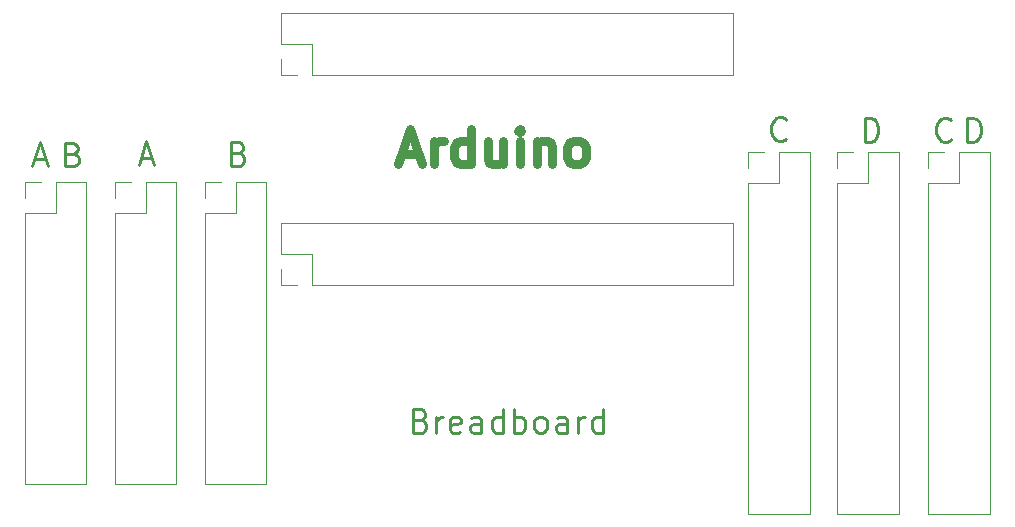
<source format=gbr>
%TF.GenerationSoftware,KiCad,Pcbnew,(5.1.9)-1*%
%TF.CreationDate,2022-02-04T12:49:55-05:00*%
%TF.ProjectId,Breadboard-Testbed,42726561-6462-46f6-9172-642d54657374,rev?*%
%TF.SameCoordinates,Original*%
%TF.FileFunction,Legend,Top*%
%TF.FilePolarity,Positive*%
%FSLAX46Y46*%
G04 Gerber Fmt 4.6, Leading zero omitted, Abs format (unit mm)*
G04 Created by KiCad (PCBNEW (5.1.9)-1) date 2022-02-04 12:49:55*
%MOMM*%
%LPD*%
G01*
G04 APERTURE LIST*
%ADD10C,0.250000*%
%ADD11C,0.750000*%
%ADD12C,0.120000*%
G04 APERTURE END LIST*
D10*
X232775190Y-81803761D02*
X232775190Y-79803761D01*
X233251380Y-79803761D01*
X233537095Y-79899000D01*
X233727571Y-80089476D01*
X233822809Y-80279952D01*
X233918047Y-80660904D01*
X233918047Y-80946619D01*
X233822809Y-81327571D01*
X233727571Y-81518047D01*
X233537095Y-81708523D01*
X233251380Y-81803761D01*
X232775190Y-81803761D01*
X241474690Y-81803761D02*
X241474690Y-79803761D01*
X241950880Y-79803761D01*
X242236595Y-79899000D01*
X242427071Y-80089476D01*
X242522309Y-80279952D01*
X242617547Y-80660904D01*
X242617547Y-80946619D01*
X242522309Y-81327571D01*
X242427071Y-81518047D01*
X242236595Y-81708523D01*
X241950880Y-81803761D01*
X241474690Y-81803761D01*
X226107547Y-81549785D02*
X226012309Y-81645023D01*
X225726595Y-81740261D01*
X225536119Y-81740261D01*
X225250404Y-81645023D01*
X225059928Y-81454547D01*
X224964690Y-81264071D01*
X224869452Y-80883119D01*
X224869452Y-80597404D01*
X224964690Y-80216452D01*
X225059928Y-80025976D01*
X225250404Y-79835500D01*
X225536119Y-79740261D01*
X225726595Y-79740261D01*
X226012309Y-79835500D01*
X226107547Y-79930738D01*
X240077547Y-81613285D02*
X239982309Y-81708523D01*
X239696595Y-81803761D01*
X239506119Y-81803761D01*
X239220404Y-81708523D01*
X239029928Y-81518047D01*
X238934690Y-81327571D01*
X238839452Y-80946619D01*
X238839452Y-80660904D01*
X238934690Y-80279952D01*
X239029928Y-80089476D01*
X239220404Y-79899000D01*
X239506119Y-79803761D01*
X239696595Y-79803761D01*
X239982309Y-79899000D01*
X240077547Y-79994238D01*
X179784357Y-82788142D02*
X180070071Y-82883380D01*
X180165309Y-82978619D01*
X180260547Y-83169095D01*
X180260547Y-83454809D01*
X180165309Y-83645285D01*
X180070071Y-83740523D01*
X179879595Y-83835761D01*
X179117690Y-83835761D01*
X179117690Y-81835761D01*
X179784357Y-81835761D01*
X179974833Y-81931000D01*
X180070071Y-82026238D01*
X180165309Y-82216714D01*
X180165309Y-82407190D01*
X180070071Y-82597666D01*
X179974833Y-82692904D01*
X179784357Y-82788142D01*
X179117690Y-82788142D01*
X165750857Y-82851642D02*
X166036571Y-82946880D01*
X166131809Y-83042119D01*
X166227047Y-83232595D01*
X166227047Y-83518309D01*
X166131809Y-83708785D01*
X166036571Y-83804023D01*
X165846095Y-83899261D01*
X165084190Y-83899261D01*
X165084190Y-81899261D01*
X165750857Y-81899261D01*
X165941333Y-81994500D01*
X166036571Y-82089738D01*
X166131809Y-82280214D01*
X166131809Y-82470690D01*
X166036571Y-82661166D01*
X165941333Y-82756404D01*
X165750857Y-82851642D01*
X165084190Y-82851642D01*
X171481809Y-83200833D02*
X172434190Y-83200833D01*
X171291333Y-83772261D02*
X171958000Y-81772261D01*
X172624666Y-83772261D01*
X162464809Y-83264333D02*
X163417190Y-83264333D01*
X162274333Y-83835761D02*
X162941000Y-81835761D01*
X163607666Y-83835761D01*
X195184047Y-105394142D02*
X195469761Y-105489380D01*
X195565000Y-105584619D01*
X195660238Y-105775095D01*
X195660238Y-106060809D01*
X195565000Y-106251285D01*
X195469761Y-106346523D01*
X195279285Y-106441761D01*
X194517380Y-106441761D01*
X194517380Y-104441761D01*
X195184047Y-104441761D01*
X195374523Y-104537000D01*
X195469761Y-104632238D01*
X195565000Y-104822714D01*
X195565000Y-105013190D01*
X195469761Y-105203666D01*
X195374523Y-105298904D01*
X195184047Y-105394142D01*
X194517380Y-105394142D01*
X196517380Y-106441761D02*
X196517380Y-105108428D01*
X196517380Y-105489380D02*
X196612619Y-105298904D01*
X196707857Y-105203666D01*
X196898333Y-105108428D01*
X197088809Y-105108428D01*
X198517380Y-106346523D02*
X198326904Y-106441761D01*
X197945952Y-106441761D01*
X197755476Y-106346523D01*
X197660238Y-106156047D01*
X197660238Y-105394142D01*
X197755476Y-105203666D01*
X197945952Y-105108428D01*
X198326904Y-105108428D01*
X198517380Y-105203666D01*
X198612619Y-105394142D01*
X198612619Y-105584619D01*
X197660238Y-105775095D01*
X200326904Y-106441761D02*
X200326904Y-105394142D01*
X200231666Y-105203666D01*
X200041190Y-105108428D01*
X199660238Y-105108428D01*
X199469761Y-105203666D01*
X200326904Y-106346523D02*
X200136428Y-106441761D01*
X199660238Y-106441761D01*
X199469761Y-106346523D01*
X199374523Y-106156047D01*
X199374523Y-105965571D01*
X199469761Y-105775095D01*
X199660238Y-105679857D01*
X200136428Y-105679857D01*
X200326904Y-105584619D01*
X202136428Y-106441761D02*
X202136428Y-104441761D01*
X202136428Y-106346523D02*
X201945952Y-106441761D01*
X201565000Y-106441761D01*
X201374523Y-106346523D01*
X201279285Y-106251285D01*
X201184047Y-106060809D01*
X201184047Y-105489380D01*
X201279285Y-105298904D01*
X201374523Y-105203666D01*
X201565000Y-105108428D01*
X201945952Y-105108428D01*
X202136428Y-105203666D01*
X203088809Y-106441761D02*
X203088809Y-104441761D01*
X203088809Y-105203666D02*
X203279285Y-105108428D01*
X203660238Y-105108428D01*
X203850714Y-105203666D01*
X203945952Y-105298904D01*
X204041190Y-105489380D01*
X204041190Y-106060809D01*
X203945952Y-106251285D01*
X203850714Y-106346523D01*
X203660238Y-106441761D01*
X203279285Y-106441761D01*
X203088809Y-106346523D01*
X205184047Y-106441761D02*
X204993571Y-106346523D01*
X204898333Y-106251285D01*
X204803095Y-106060809D01*
X204803095Y-105489380D01*
X204898333Y-105298904D01*
X204993571Y-105203666D01*
X205184047Y-105108428D01*
X205469761Y-105108428D01*
X205660238Y-105203666D01*
X205755476Y-105298904D01*
X205850714Y-105489380D01*
X205850714Y-106060809D01*
X205755476Y-106251285D01*
X205660238Y-106346523D01*
X205469761Y-106441761D01*
X205184047Y-106441761D01*
X207565000Y-106441761D02*
X207565000Y-105394142D01*
X207469761Y-105203666D01*
X207279285Y-105108428D01*
X206898333Y-105108428D01*
X206707857Y-105203666D01*
X207565000Y-106346523D02*
X207374523Y-106441761D01*
X206898333Y-106441761D01*
X206707857Y-106346523D01*
X206612619Y-106156047D01*
X206612619Y-105965571D01*
X206707857Y-105775095D01*
X206898333Y-105679857D01*
X207374523Y-105679857D01*
X207565000Y-105584619D01*
X208517380Y-106441761D02*
X208517380Y-105108428D01*
X208517380Y-105489380D02*
X208612619Y-105298904D01*
X208707857Y-105203666D01*
X208898333Y-105108428D01*
X209088809Y-105108428D01*
X210612619Y-106441761D02*
X210612619Y-104441761D01*
X210612619Y-106346523D02*
X210422142Y-106441761D01*
X210041190Y-106441761D01*
X209850714Y-106346523D01*
X209755476Y-106251285D01*
X209660238Y-106060809D01*
X209660238Y-105489380D01*
X209755476Y-105298904D01*
X209850714Y-105203666D01*
X210041190Y-105108428D01*
X210422142Y-105108428D01*
X210612619Y-105203666D01*
D11*
X193572785Y-82859500D02*
X195001357Y-82859500D01*
X193287071Y-83716642D02*
X194287071Y-80716642D01*
X195287071Y-83716642D01*
X196287071Y-83716642D02*
X196287071Y-81716642D01*
X196287071Y-82288071D02*
X196429928Y-82002357D01*
X196572785Y-81859500D01*
X196858500Y-81716642D01*
X197144214Y-81716642D01*
X199429928Y-83716642D02*
X199429928Y-80716642D01*
X199429928Y-83573785D02*
X199144214Y-83716642D01*
X198572785Y-83716642D01*
X198287071Y-83573785D01*
X198144214Y-83430928D01*
X198001357Y-83145214D01*
X198001357Y-82288071D01*
X198144214Y-82002357D01*
X198287071Y-81859500D01*
X198572785Y-81716642D01*
X199144214Y-81716642D01*
X199429928Y-81859500D01*
X202144214Y-81716642D02*
X202144214Y-83716642D01*
X200858500Y-81716642D02*
X200858500Y-83288071D01*
X201001357Y-83573785D01*
X201287071Y-83716642D01*
X201715642Y-83716642D01*
X202001357Y-83573785D01*
X202144214Y-83430928D01*
X203572785Y-83716642D02*
X203572785Y-81716642D01*
X203572785Y-80716642D02*
X203429928Y-80859500D01*
X203572785Y-81002357D01*
X203715642Y-80859500D01*
X203572785Y-80716642D01*
X203572785Y-81002357D01*
X205001357Y-81716642D02*
X205001357Y-83716642D01*
X205001357Y-82002357D02*
X205144214Y-81859500D01*
X205429928Y-81716642D01*
X205858500Y-81716642D01*
X206144214Y-81859500D01*
X206287071Y-82145214D01*
X206287071Y-83716642D01*
X208144214Y-83716642D02*
X207858500Y-83573785D01*
X207715642Y-83430928D01*
X207572785Y-83145214D01*
X207572785Y-82288071D01*
X207715642Y-82002357D01*
X207858500Y-81859500D01*
X208144214Y-81716642D01*
X208572785Y-81716642D01*
X208858500Y-81859500D01*
X209001357Y-82002357D01*
X209144214Y-82288071D01*
X209144214Y-83145214D01*
X209001357Y-83430928D01*
X208858500Y-83573785D01*
X208572785Y-83716642D01*
X208144214Y-83716642D01*
D12*
%TO.C,J1*%
X161670000Y-85240000D02*
X163000000Y-85240000D01*
X161670000Y-86570000D02*
X161670000Y-85240000D01*
X164270000Y-85240000D02*
X166870000Y-85240000D01*
X164270000Y-87840000D02*
X164270000Y-85240000D01*
X161670000Y-87840000D02*
X164270000Y-87840000D01*
X166870000Y-85240000D02*
X166870000Y-110760000D01*
X161670000Y-87840000D02*
X161670000Y-110760000D01*
X161670000Y-110760000D02*
X166870000Y-110760000D01*
%TO.C,J2*%
X238170000Y-82700000D02*
X239500000Y-82700000D01*
X238170000Y-84030000D02*
X238170000Y-82700000D01*
X240770000Y-82700000D02*
X243370000Y-82700000D01*
X240770000Y-85300000D02*
X240770000Y-82700000D01*
X238170000Y-85300000D02*
X240770000Y-85300000D01*
X243370000Y-82700000D02*
X243370000Y-113300000D01*
X238170000Y-85300000D02*
X238170000Y-113300000D01*
X238170000Y-113300000D02*
X243370000Y-113300000D01*
%TO.C,J5*%
X169290000Y-110760000D02*
X174490000Y-110760000D01*
X169290000Y-87840000D02*
X169290000Y-110760000D01*
X174490000Y-85240000D02*
X174490000Y-110760000D01*
X169290000Y-87840000D02*
X171890000Y-87840000D01*
X171890000Y-87840000D02*
X171890000Y-85240000D01*
X171890000Y-85240000D02*
X174490000Y-85240000D01*
X169290000Y-86570000D02*
X169290000Y-85240000D01*
X169290000Y-85240000D02*
X170620000Y-85240000D01*
%TO.C,J7*%
X221610000Y-93910000D02*
X221610000Y-88710000D01*
X185990000Y-93910000D02*
X221610000Y-93910000D01*
X183390000Y-88710000D02*
X221610000Y-88710000D01*
X185990000Y-93910000D02*
X185990000Y-91310000D01*
X185990000Y-91310000D02*
X183390000Y-91310000D01*
X183390000Y-91310000D02*
X183390000Y-88710000D01*
X184720000Y-93910000D02*
X183390000Y-93910000D01*
X183390000Y-93910000D02*
X183390000Y-92580000D01*
%TO.C,J8*%
X176910000Y-85240000D02*
X178240000Y-85240000D01*
X176910000Y-86570000D02*
X176910000Y-85240000D01*
X179510000Y-85240000D02*
X182110000Y-85240000D01*
X179510000Y-87840000D02*
X179510000Y-85240000D01*
X176910000Y-87840000D02*
X179510000Y-87840000D01*
X182110000Y-85240000D02*
X182110000Y-110760000D01*
X176910000Y-87840000D02*
X176910000Y-110760000D01*
X176910000Y-110760000D02*
X182110000Y-110760000D01*
%TO.C,J9*%
X222930000Y-82700000D02*
X224260000Y-82700000D01*
X222930000Y-84030000D02*
X222930000Y-82700000D01*
X225530000Y-82700000D02*
X228130000Y-82700000D01*
X225530000Y-85300000D02*
X225530000Y-82700000D01*
X222930000Y-85300000D02*
X225530000Y-85300000D01*
X228130000Y-82700000D02*
X228130000Y-113300000D01*
X222930000Y-85300000D02*
X222930000Y-113300000D01*
X222930000Y-113300000D02*
X228130000Y-113300000D01*
%TO.C,J10*%
X221610000Y-76130000D02*
X221610000Y-70930000D01*
X185990000Y-76130000D02*
X221610000Y-76130000D01*
X183390000Y-70930000D02*
X221610000Y-70930000D01*
X185990000Y-76130000D02*
X185990000Y-73530000D01*
X185990000Y-73530000D02*
X183390000Y-73530000D01*
X183390000Y-73530000D02*
X183390000Y-70930000D01*
X184720000Y-76130000D02*
X183390000Y-76130000D01*
X183390000Y-76130000D02*
X183390000Y-74800000D01*
%TO.C,J12*%
X230470000Y-82700000D02*
X231800000Y-82700000D01*
X230470000Y-84030000D02*
X230470000Y-82700000D01*
X233070000Y-82700000D02*
X235670000Y-82700000D01*
X233070000Y-85300000D02*
X233070000Y-82700000D01*
X230470000Y-85300000D02*
X233070000Y-85300000D01*
X235670000Y-82700000D02*
X235670000Y-113300000D01*
X230470000Y-85300000D02*
X230470000Y-113300000D01*
X230470000Y-113300000D02*
X235670000Y-113300000D01*
%TD*%
M02*

</source>
